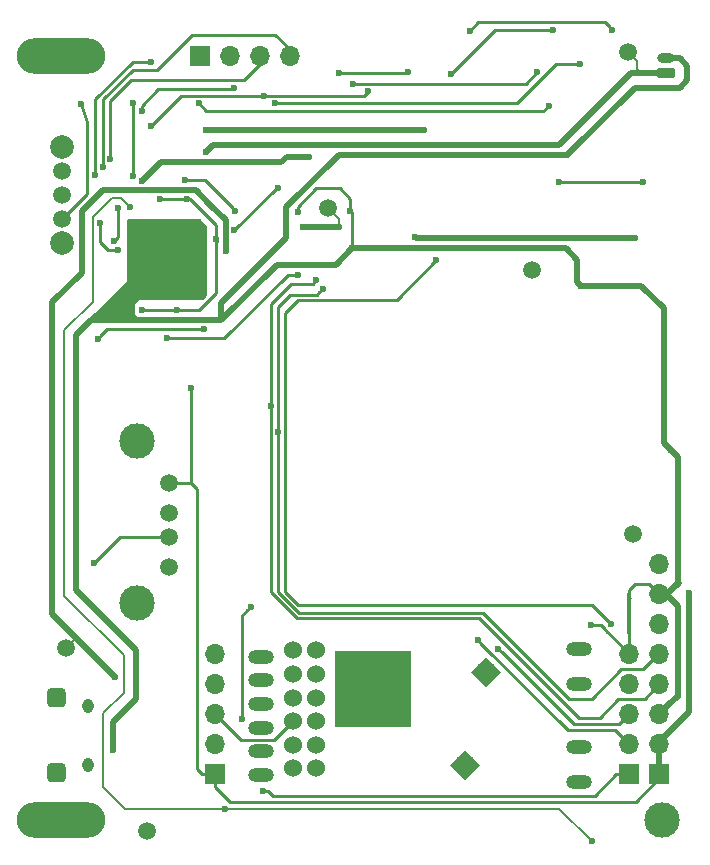
<source format=gbr>
G04 #@! TF.GenerationSoftware,KiCad,Pcbnew,(6.0.0-rc1-dev-1413-ga48e89956)*
G04 #@! TF.CreationDate,2019-11-22T20:47:01-07:00
G04 #@! TF.ProjectId,HAT_ver_6.0,4841545f-7665-4725-9f36-2e302e6b6963,6.0.4*
G04 #@! TF.SameCoordinates,Original*
G04 #@! TF.FileFunction,Copper,L2,Bot*
G04 #@! TF.FilePolarity,Positive*
%FSLAX46Y46*%
G04 Gerber Fmt 4.6, Leading zero omitted, Abs format (unit mm)*
G04 Created by KiCad (PCBNEW (6.0.0-rc1-dev-1413-ga48e89956)) date Friday, November 22, 2019 at 08:47:01 PM*
%MOMM*%
%LPD*%
G04 APERTURE LIST*
%ADD10C,0.350000*%
%ADD11C,1.524000*%
%ADD12R,0.400000X1.500000*%
%ADD13R,1.700000X1.700000*%
%ADD14O,1.700000X1.700000*%
%ADD15C,1.500000*%
%ADD16C,2.000000*%
%ADD17C,1.501140*%
%ADD18C,2.999740*%
%ADD19O,1.500000X0.850000*%
%ADD20C,0.100000*%
%ADD21C,0.850000*%
%ADD22C,3.000000*%
%ADD23O,0.950000X1.250000*%
%ADD24C,1.550000*%
%ADD25O,7.500000X3.000000*%
%ADD26O,2.200000X1.200000*%
%ADD27R,6.400000X6.400000*%
%ADD28C,1.800000*%
%ADD29C,0.600000*%
%ADD30C,0.500000*%
%ADD31C,0.250000*%
%ADD32C,0.200000*%
%ADD33C,0.180000*%
%ADD34C,0.254000*%
G04 APERTURE END LIST*
D10*
X179755800Y-114308000D02*
X179755800Y-113308000D01*
D11*
X153263600Y-126941600D03*
X153263600Y-124941600D03*
X153263600Y-122941600D03*
X153263600Y-120941600D03*
X153263600Y-118941600D03*
X153263600Y-116941600D03*
X151263600Y-116941600D03*
X151263600Y-126941600D03*
X151263600Y-124941600D03*
X151263600Y-122941600D03*
X151263600Y-120941600D03*
X151263600Y-118941600D03*
D12*
X179755800Y-112808000D03*
X179755800Y-114808000D03*
D13*
X182321200Y-127422000D03*
D14*
X182321200Y-124882000D03*
X182321200Y-122342000D03*
X182321200Y-119802000D03*
X182321200Y-117262000D03*
X182321200Y-114722000D03*
X182321200Y-112182000D03*
X182321200Y-109642000D03*
D15*
X131724400Y-76384400D03*
X131724400Y-78384400D03*
X131724400Y-80384400D03*
D16*
X131724400Y-74284400D03*
X131724400Y-82484400D03*
D17*
X140792200Y-109880400D03*
X140792200Y-107340400D03*
X140792200Y-105308400D03*
X140792200Y-102768400D03*
D18*
X138125200Y-112928400D03*
X138125200Y-99212400D03*
D13*
X179781200Y-127422000D03*
D14*
X179781200Y-124882000D03*
X179781200Y-122342000D03*
X179781200Y-119802000D03*
X179781200Y-117262000D03*
D13*
X144729200Y-127422000D03*
D14*
X144729200Y-124882000D03*
X144729200Y-122342000D03*
X144729200Y-119802000D03*
X144729200Y-117262000D03*
D19*
X182880000Y-66822000D03*
D20*
G36*
X183438329Y-67648023D02*
G01*
X183458957Y-67651083D01*
X183479185Y-67656150D01*
X183498820Y-67663176D01*
X183517672Y-67672092D01*
X183535559Y-67682813D01*
X183552309Y-67695235D01*
X183567760Y-67709240D01*
X183581765Y-67724691D01*
X183594187Y-67741441D01*
X183604908Y-67759328D01*
X183613824Y-67778180D01*
X183620850Y-67797815D01*
X183625917Y-67818043D01*
X183628977Y-67838671D01*
X183630000Y-67859500D01*
X183630000Y-68284500D01*
X183628977Y-68305329D01*
X183625917Y-68325957D01*
X183620850Y-68346185D01*
X183613824Y-68365820D01*
X183604908Y-68384672D01*
X183594187Y-68402559D01*
X183581765Y-68419309D01*
X183567760Y-68434760D01*
X183552309Y-68448765D01*
X183535559Y-68461187D01*
X183517672Y-68471908D01*
X183498820Y-68480824D01*
X183479185Y-68487850D01*
X183458957Y-68492917D01*
X183438329Y-68495977D01*
X183417500Y-68497000D01*
X182342500Y-68497000D01*
X182321671Y-68495977D01*
X182301043Y-68492917D01*
X182280815Y-68487850D01*
X182261180Y-68480824D01*
X182242328Y-68471908D01*
X182224441Y-68461187D01*
X182207691Y-68448765D01*
X182192240Y-68434760D01*
X182178235Y-68419309D01*
X182165813Y-68402559D01*
X182155092Y-68384672D01*
X182146176Y-68365820D01*
X182139150Y-68346185D01*
X182134083Y-68325957D01*
X182131023Y-68305329D01*
X182130000Y-68284500D01*
X182130000Y-67859500D01*
X182131023Y-67838671D01*
X182134083Y-67818043D01*
X182139150Y-67797815D01*
X182146176Y-67778180D01*
X182155092Y-67759328D01*
X182165813Y-67741441D01*
X182178235Y-67724691D01*
X182192240Y-67709240D01*
X182207691Y-67695235D01*
X182224441Y-67682813D01*
X182242328Y-67672092D01*
X182261180Y-67663176D01*
X182280815Y-67656150D01*
X182301043Y-67651083D01*
X182321671Y-67648023D01*
X182342500Y-67647000D01*
X183417500Y-67647000D01*
X183438329Y-67648023D01*
X183438329Y-67648023D01*
G37*
D21*
X182880000Y-68072000D03*
D15*
X132105400Y-116713000D03*
X179705000Y-66294000D03*
X138938000Y-132207000D03*
X154279600Y-79476600D03*
X180060600Y-107086400D03*
D13*
X143408400Y-66624400D03*
D14*
X145948400Y-66624400D03*
X148488400Y-66624400D03*
X151028400Y-66624400D03*
D22*
X182524400Y-131267200D03*
D15*
X171526200Y-84759800D03*
D23*
X133967200Y-121613800D03*
X133967200Y-126613800D03*
D20*
G36*
X131692682Y-120115666D02*
G01*
X131730297Y-120121246D01*
X131767185Y-120130486D01*
X131802990Y-120143297D01*
X131837366Y-120159556D01*
X131869983Y-120179106D01*
X131900527Y-120201758D01*
X131928704Y-120227296D01*
X131954242Y-120255473D01*
X131976894Y-120286017D01*
X131996444Y-120318634D01*
X132012703Y-120353010D01*
X132025514Y-120388815D01*
X132034754Y-120425703D01*
X132040334Y-120463318D01*
X132042200Y-120501300D01*
X132042200Y-121376300D01*
X132040334Y-121414282D01*
X132034754Y-121451897D01*
X132025514Y-121488785D01*
X132012703Y-121524590D01*
X131996444Y-121558966D01*
X131976894Y-121591583D01*
X131954242Y-121622127D01*
X131928704Y-121650304D01*
X131900527Y-121675842D01*
X131869983Y-121698494D01*
X131837366Y-121718044D01*
X131802990Y-121734303D01*
X131767185Y-121747114D01*
X131730297Y-121756354D01*
X131692682Y-121761934D01*
X131654700Y-121763800D01*
X130879700Y-121763800D01*
X130841718Y-121761934D01*
X130804103Y-121756354D01*
X130767215Y-121747114D01*
X130731410Y-121734303D01*
X130697034Y-121718044D01*
X130664417Y-121698494D01*
X130633873Y-121675842D01*
X130605696Y-121650304D01*
X130580158Y-121622127D01*
X130557506Y-121591583D01*
X130537956Y-121558966D01*
X130521697Y-121524590D01*
X130508886Y-121488785D01*
X130499646Y-121451897D01*
X130494066Y-121414282D01*
X130492200Y-121376300D01*
X130492200Y-120501300D01*
X130494066Y-120463318D01*
X130499646Y-120425703D01*
X130508886Y-120388815D01*
X130521697Y-120353010D01*
X130537956Y-120318634D01*
X130557506Y-120286017D01*
X130580158Y-120255473D01*
X130605696Y-120227296D01*
X130633873Y-120201758D01*
X130664417Y-120179106D01*
X130697034Y-120159556D01*
X130731410Y-120143297D01*
X130767215Y-120130486D01*
X130804103Y-120121246D01*
X130841718Y-120115666D01*
X130879700Y-120113800D01*
X131654700Y-120113800D01*
X131692682Y-120115666D01*
X131692682Y-120115666D01*
G37*
D24*
X131267200Y-120938800D03*
D20*
G36*
X131692682Y-126465666D02*
G01*
X131730297Y-126471246D01*
X131767185Y-126480486D01*
X131802990Y-126493297D01*
X131837366Y-126509556D01*
X131869983Y-126529106D01*
X131900527Y-126551758D01*
X131928704Y-126577296D01*
X131954242Y-126605473D01*
X131976894Y-126636017D01*
X131996444Y-126668634D01*
X132012703Y-126703010D01*
X132025514Y-126738815D01*
X132034754Y-126775703D01*
X132040334Y-126813318D01*
X132042200Y-126851300D01*
X132042200Y-127726300D01*
X132040334Y-127764282D01*
X132034754Y-127801897D01*
X132025514Y-127838785D01*
X132012703Y-127874590D01*
X131996444Y-127908966D01*
X131976894Y-127941583D01*
X131954242Y-127972127D01*
X131928704Y-128000304D01*
X131900527Y-128025842D01*
X131869983Y-128048494D01*
X131837366Y-128068044D01*
X131802990Y-128084303D01*
X131767185Y-128097114D01*
X131730297Y-128106354D01*
X131692682Y-128111934D01*
X131654700Y-128113800D01*
X130879700Y-128113800D01*
X130841718Y-128111934D01*
X130804103Y-128106354D01*
X130767215Y-128097114D01*
X130731410Y-128084303D01*
X130697034Y-128068044D01*
X130664417Y-128048494D01*
X130633873Y-128025842D01*
X130605696Y-128000304D01*
X130580158Y-127972127D01*
X130557506Y-127941583D01*
X130537956Y-127908966D01*
X130521697Y-127874590D01*
X130508886Y-127838785D01*
X130499646Y-127801897D01*
X130494066Y-127764282D01*
X130492200Y-127726300D01*
X130492200Y-126851300D01*
X130494066Y-126813318D01*
X130499646Y-126775703D01*
X130508886Y-126738815D01*
X130521697Y-126703010D01*
X130537956Y-126668634D01*
X130557506Y-126636017D01*
X130580158Y-126605473D01*
X130605696Y-126577296D01*
X130633873Y-126551758D01*
X130664417Y-126529106D01*
X130697034Y-126509556D01*
X130731410Y-126493297D01*
X130767215Y-126480486D01*
X130804103Y-126471246D01*
X130841718Y-126465666D01*
X130879700Y-126463800D01*
X131654700Y-126463800D01*
X131692682Y-126465666D01*
X131692682Y-126465666D01*
G37*
D24*
X131267200Y-127288800D03*
D25*
X131673600Y-66598800D03*
X131673600Y-131267200D03*
D26*
X148552000Y-117478800D03*
X148552000Y-119478800D03*
X148552000Y-121478800D03*
X148552000Y-123478800D03*
X148552000Y-125478800D03*
X148552000Y-127478800D03*
X175552000Y-128128800D03*
X175552000Y-116828800D03*
X175552000Y-119828800D03*
X175552000Y-125128800D03*
D27*
X158052000Y-120178800D03*
D28*
X167602000Y-118778800D03*
D20*
G36*
X166329208Y-118778800D02*
G01*
X167602000Y-117506008D01*
X168874792Y-118778800D01*
X167602000Y-120051592D01*
X166329208Y-118778800D01*
X166329208Y-118778800D01*
G37*
D28*
X165852000Y-126678800D03*
D20*
G36*
X164579208Y-126678800D02*
G01*
X165852000Y-125406008D01*
X167124792Y-126678800D01*
X165852000Y-127951592D01*
X164579208Y-126678800D01*
X164579208Y-126678800D01*
G37*
D29*
X138531600Y-77216000D03*
X152654000Y-75133200D03*
X171974693Y-67987093D03*
X156413200Y-68961000D03*
X143916400Y-72898000D03*
X162407600Y-72898000D03*
X135206230Y-76055946D03*
X166928800Y-116078000D03*
X135839200Y-75336400D03*
X136474200Y-79527400D03*
X136169400Y-82276199D03*
X168681400Y-116814600D03*
X138480800Y-88087200D03*
X141469720Y-88117000D03*
X144811990Y-82148200D03*
X140004800Y-78740000D03*
X142341602Y-78740000D03*
X139242800Y-72542400D03*
X152146000Y-81127600D03*
X155219400Y-81102200D03*
X148844000Y-69977000D03*
X157683200Y-69621400D03*
X155194000Y-68021200D03*
X161010600Y-67995800D03*
X142671800Y-94742000D03*
X184861200Y-112090200D03*
X136194800Y-119176800D03*
X145592810Y-83159600D03*
X173786800Y-77317600D03*
X180949600Y-77317602D03*
X134574487Y-76722022D03*
X176546011Y-114816300D03*
X143306800Y-70612000D03*
X139293600Y-67106800D03*
X143739444Y-89731600D03*
X134772400Y-90551000D03*
X172974000Y-70840600D03*
X146964400Y-122732800D03*
X147726400Y-113233200D03*
X148793200Y-128884190D03*
X142177607Y-77153607D03*
X146431002Y-79730600D03*
X174421800Y-82042000D03*
X161594802Y-81955600D03*
X180289200Y-82042000D03*
X134442200Y-109550200D03*
X153263600Y-85598000D03*
X149428200Y-96291400D03*
X153822400Y-86309200D03*
X150037800Y-98475800D03*
X182727600Y-91694000D03*
X137718800Y-76758800D03*
X137718800Y-70561200D03*
X156311600Y-82905600D03*
X139665200Y-89001600D03*
X142189200Y-82151250D03*
X141122400Y-82151250D03*
X140108950Y-82151250D03*
X138996450Y-82151250D03*
X138996450Y-83263750D03*
X140108950Y-83263750D03*
X141221450Y-83263750D03*
X142333950Y-83261200D03*
X142333950Y-84277200D03*
X141221450Y-84376250D03*
X140108950Y-84277200D03*
X138996450Y-84376250D03*
X138996450Y-85488750D03*
X140050500Y-85547200D03*
X141221450Y-85488750D03*
X142240000Y-85488750D03*
X156159199Y-79705201D03*
X151714200Y-79806800D03*
X183311800Y-99999800D03*
X136037202Y-125369200D03*
X137998200Y-118821200D03*
X175666400Y-86055200D03*
X143916400Y-74777600D03*
X140665200Y-90525600D03*
X151714200Y-85140800D03*
X133324600Y-70713600D03*
X137490200Y-79425800D03*
X176580800Y-133070600D03*
X145516600Y-130352800D03*
X138506200Y-71272400D03*
X146304000Y-69367400D03*
X134936010Y-80772129D03*
X136497860Y-83047395D03*
X146322810Y-81381600D03*
X149809200Y-70582010D03*
X150037800Y-77800200D03*
X175641000Y-67284600D03*
X166268400Y-64465200D03*
X178333400Y-64414400D03*
X163423600Y-83896200D03*
X164642800Y-68148200D03*
X173355000Y-64389000D03*
X178257200Y-114731800D03*
D30*
X152229736Y-75133200D02*
X152654000Y-75133200D01*
X150760796Y-75133200D02*
X152229736Y-75133200D01*
X150303596Y-75590400D02*
X150760796Y-75133200D01*
X140157200Y-75590400D02*
X150303596Y-75590400D01*
X138531600Y-77216000D02*
X140157200Y-75590400D01*
D31*
X151263600Y-122954800D02*
X151263600Y-122941600D01*
X149707600Y-124510800D02*
X151263600Y-122954800D01*
X146898000Y-124510800D02*
X149707600Y-124510800D01*
X144729200Y-122342000D02*
X146898000Y-124510800D01*
X171974693Y-67987093D02*
X171000786Y-68961000D01*
X171000786Y-68961000D02*
X156837464Y-68961000D01*
X156837464Y-68961000D02*
X156413200Y-68961000D01*
D30*
X143916400Y-72898000D02*
X161290000Y-72898000D01*
X162407600Y-72898000D02*
X161290000Y-72898000D01*
D31*
X137723399Y-67762601D02*
X135206230Y-70279770D01*
X135183399Y-76033115D02*
X135206230Y-76055946D01*
X151028400Y-66700400D02*
X151028400Y-66065400D01*
X135206230Y-75175568D02*
X135183399Y-75198399D01*
X142729002Y-64820800D02*
X139787201Y-67762601D01*
X135183399Y-75198399D02*
X135183399Y-76033115D01*
X135206230Y-70279770D02*
X135206230Y-75175568D01*
X139787201Y-67762601D02*
X137723399Y-67762601D01*
X149783800Y-64820800D02*
X142729002Y-64820800D01*
X151028400Y-66065400D02*
X149783800Y-64820800D01*
X174548800Y-123698000D02*
X167228799Y-116377999D01*
X178597200Y-123698000D02*
X174548800Y-123698000D01*
X167228799Y-116377999D02*
X166928800Y-116078000D01*
X179781200Y-124882000D02*
X178597200Y-123698000D01*
X135839200Y-74912136D02*
X135839200Y-75336400D01*
X148488400Y-66700400D02*
X148488400Y-67335400D01*
X137617200Y-68681600D02*
X135839200Y-70459600D01*
X148488400Y-67335400D02*
X147142200Y-68681600D01*
X135839200Y-70459600D02*
X135839200Y-74912136D01*
X147142200Y-68681600D02*
X137617200Y-68681600D01*
X136469399Y-81976200D02*
X136169400Y-82276199D01*
X136474200Y-79527400D02*
X136474200Y-81971399D01*
X136474200Y-81971399D02*
X136469399Y-81976200D01*
X179781200Y-122342000D02*
X178931201Y-123191999D01*
X168981399Y-117114599D02*
X168681400Y-116814600D01*
X175058799Y-123191999D02*
X168981399Y-117114599D01*
X178931201Y-123191999D02*
X175058799Y-123191999D01*
X138480800Y-88087200D02*
X141439920Y-88087200D01*
X141439920Y-88087200D02*
X141469720Y-88117000D01*
X144830800Y-82346800D02*
X144830800Y-82167010D01*
X144830800Y-82167010D02*
X144811990Y-82148200D01*
X142544800Y-78689200D02*
X140226810Y-78689200D01*
X140226810Y-78689200D02*
X140157203Y-78758807D01*
X144811990Y-80956390D02*
X142544800Y-78689200D01*
X144811990Y-82148200D02*
X144811990Y-80956390D01*
D32*
X142322795Y-78758807D02*
X142341602Y-78740000D01*
D31*
X144811990Y-82572464D02*
X144811990Y-82148200D01*
X144811990Y-86683610D02*
X144811990Y-82572464D01*
X143378600Y-88117000D02*
X144811990Y-86683610D01*
X141469720Y-88117000D02*
X143378600Y-88117000D01*
X139242800Y-72542400D02*
X141808200Y-69977000D01*
D30*
X152146000Y-81127600D02*
X155194000Y-81127600D01*
X155194000Y-81127600D02*
X155219400Y-81102200D01*
D32*
X155219400Y-80416400D02*
X155219400Y-81102200D01*
X154279600Y-79476600D02*
X155219400Y-80416400D01*
D31*
X141808200Y-69977000D02*
X148844000Y-69977000D01*
X157662399Y-69642201D02*
X157683200Y-69621400D01*
X148844000Y-69977000D02*
X157327600Y-69977000D01*
X157327600Y-69977000D02*
X157662399Y-69642201D01*
X160985200Y-68021200D02*
X161010600Y-67995800D01*
X155194000Y-68021200D02*
X160985200Y-68021200D01*
X142671800Y-95166264D02*
X142671800Y-94742000D01*
X141853666Y-102768400D02*
X142671800Y-102768400D01*
X140792200Y-102768400D02*
X141853666Y-102768400D01*
X142671800Y-102768400D02*
X142671800Y-95166264D01*
X143205200Y-103301800D02*
X142671800Y-102768400D01*
X143629200Y-127422000D02*
X143205200Y-126998000D01*
X143205200Y-126998000D02*
X143205200Y-103301800D01*
X144729200Y-127422000D02*
X143629200Y-127422000D01*
D30*
X184861200Y-112090200D02*
X184861200Y-122138800D01*
X182458000Y-124882000D02*
X182321200Y-124882000D01*
X182321200Y-124678800D02*
X182321200Y-127422000D01*
X184861200Y-122138800D02*
X182321200Y-124678800D01*
D31*
X144729200Y-128522000D02*
X144729200Y-127422000D01*
X145950400Y-129743200D02*
X144729200Y-128522000D01*
X180365400Y-129743200D02*
X145950400Y-129743200D01*
X182321200Y-127787400D02*
X180365400Y-129743200D01*
X182321200Y-127422000D02*
X182321200Y-127787400D01*
D30*
X145592810Y-82735336D02*
X145592810Y-83159600D01*
X145592810Y-80478118D02*
X145592810Y-82735336D01*
X133400800Y-79730600D02*
X135172201Y-77959199D01*
X130911600Y-87477600D02*
X133400800Y-84988400D01*
X135172201Y-77959199D02*
X143073891Y-77959199D01*
X133400800Y-84988400D02*
X133400800Y-79730600D01*
D33*
X132892800Y-115925600D02*
X132943600Y-115925600D01*
X132105400Y-116713000D02*
X132892800Y-115925600D01*
D30*
X132943600Y-115925600D02*
X130911600Y-113893600D01*
X136194800Y-119176800D02*
X132943600Y-115925600D01*
X130911600Y-88900000D02*
X130911600Y-87477600D01*
X130911600Y-113893600D02*
X130911600Y-88900000D01*
X144311892Y-79197200D02*
X145592810Y-80478118D01*
X143073891Y-77959199D02*
X144311892Y-79197200D01*
D31*
X140566580Y-109931200D02*
X140769780Y-109728000D01*
X180949598Y-77317600D02*
X180949600Y-77317602D01*
X173786800Y-77317600D02*
X180949598Y-77317600D01*
X177335500Y-114816300D02*
X176546011Y-114816300D01*
X179781200Y-117262000D02*
X177335500Y-114816300D01*
X134574487Y-70284049D02*
X137751736Y-67106800D01*
X138869336Y-67106800D02*
X139293600Y-67106800D01*
X134574487Y-76722022D02*
X134574487Y-70284049D01*
X137751736Y-67106800D02*
X138869336Y-67106800D01*
X177335500Y-114816300D02*
X177872400Y-115353200D01*
X179755800Y-117236600D02*
X179781200Y-117262000D01*
X179755800Y-114808000D02*
X179755800Y-117236600D01*
X135591800Y-89731600D02*
X135072399Y-90251001D01*
X143739444Y-89731600D02*
X135591800Y-89731600D01*
X135072399Y-90251001D02*
X134772400Y-90551000D01*
X143962399Y-71267599D02*
X172547001Y-71267599D01*
X172674001Y-71140599D02*
X172974000Y-70840600D01*
X143306800Y-70612000D02*
X143962399Y-71267599D01*
X172547001Y-71267599D02*
X172674001Y-71140599D01*
X146964400Y-122732800D02*
X146964400Y-113995200D01*
X146964400Y-113995200D02*
X147426401Y-113533199D01*
X147426401Y-113533199D02*
X147726400Y-113233200D01*
X149217464Y-128884190D02*
X148793200Y-128884190D01*
X176842600Y-129260600D02*
X149593874Y-129260600D01*
X178681200Y-127422000D02*
X176842600Y-129260600D01*
X149593874Y-129260600D02*
X149217464Y-128884190D01*
X179781200Y-127422000D02*
X178681200Y-127422000D01*
X143854009Y-77153607D02*
X146131003Y-79430601D01*
X142177607Y-77153607D02*
X143854009Y-77153607D01*
X146131003Y-79430601D02*
X146431002Y-79730600D01*
X161681202Y-82042000D02*
X161594802Y-81955600D01*
D30*
X174421800Y-82042000D02*
X161681202Y-82042000D01*
X174421800Y-82042000D02*
X180289200Y-82042000D01*
D31*
X140768060Y-107188000D02*
X140564870Y-107391190D01*
X140792200Y-107340400D02*
X136652000Y-107340400D01*
X136652000Y-107340400D02*
X134742199Y-109250201D01*
X134742199Y-109250201D02*
X134442200Y-109550200D01*
X151109401Y-85897999D02*
X149428200Y-87579200D01*
X149428200Y-95867136D02*
X149428200Y-96291400D01*
X149428200Y-87579200D02*
X149428200Y-95867136D01*
X152963601Y-85897999D02*
X151109401Y-85897999D01*
X153263600Y-85598000D02*
X152963601Y-85897999D01*
X149428200Y-96715664D02*
X149428200Y-96291400D01*
X149428200Y-111988600D02*
X149428200Y-96715664D01*
X151638000Y-114198400D02*
X149428200Y-111988600D01*
X167081200Y-114198400D02*
X151638000Y-114198400D01*
X177266600Y-122631200D02*
X175514000Y-122631200D01*
X182321200Y-119802000D02*
X181066800Y-121056400D01*
X178841400Y-121056400D02*
X177266600Y-122631200D01*
X175514000Y-122631200D02*
X167081200Y-114198400D01*
X181066800Y-121056400D02*
X178841400Y-121056400D01*
X153522401Y-86609199D02*
X153822400Y-86309200D01*
X153314400Y-86817200D02*
X153522401Y-86609199D01*
X151079200Y-86817200D02*
X153314400Y-86817200D01*
X150037800Y-87858600D02*
X151079200Y-86817200D01*
X150037800Y-98475800D02*
X150037800Y-87858600D01*
X167413189Y-113768389D02*
X151816115Y-113768389D01*
X174701200Y-121056400D02*
X167413189Y-113768389D01*
X150037800Y-111990074D02*
X150037800Y-98475800D01*
X179095400Y-118541800D02*
X176580800Y-121056400D01*
X180975000Y-118541800D02*
X179095400Y-118541800D01*
X151816115Y-113768389D02*
X150037800Y-111990074D01*
X176580800Y-121056400D02*
X174701200Y-121056400D01*
X182321200Y-117195600D02*
X180975000Y-118541800D01*
X183896000Y-111252000D02*
X183946800Y-111252000D01*
X137718800Y-76758800D02*
X137718800Y-70561200D01*
D30*
X180797200Y-86055200D02*
X175666400Y-86055200D01*
X182727600Y-87985600D02*
X180797200Y-86055200D01*
X182727600Y-91694000D02*
X182727600Y-87985600D01*
X134162800Y-89001600D02*
X139665200Y-89001600D01*
X132943600Y-90220800D02*
X134162800Y-89001600D01*
X132943600Y-111861600D02*
X132943600Y-90220800D01*
X139665200Y-89001600D02*
X145186400Y-89001600D01*
X145186400Y-89001600D02*
X149910800Y-84277200D01*
X154940000Y-84277200D02*
X156311600Y-82905600D01*
X149910800Y-84277200D02*
X154940000Y-84277200D01*
X174396400Y-82905600D02*
X156311600Y-82905600D01*
X175366401Y-83875601D02*
X174396400Y-82905600D01*
X175366401Y-85755201D02*
X175366401Y-83875601D01*
X175666400Y-86055200D02*
X175366401Y-85755201D01*
D31*
X132943600Y-109829600D02*
X133045200Y-109931200D01*
X132943600Y-111861600D02*
X132943600Y-109829600D01*
D30*
X182966000Y-112182000D02*
X182321200Y-112182000D01*
X183896000Y-111252000D02*
X182966000Y-112182000D01*
D32*
X182321200Y-112182000D02*
X182997200Y-112182000D01*
X182997200Y-112182000D02*
X183007000Y-112191800D01*
D30*
X183946800Y-111252000D02*
X183007000Y-112191800D01*
D31*
X179781200Y-112471200D02*
X179832000Y-112522000D01*
D30*
X132943600Y-111861600D02*
X137998200Y-116916200D01*
D31*
X156311600Y-82905600D02*
X156311600Y-79857602D01*
X156311600Y-79857602D02*
X156159199Y-79705201D01*
X151815799Y-79705201D02*
X151714200Y-79806800D01*
X155295600Y-77825600D02*
X156159199Y-78689199D01*
X153271136Y-77825600D02*
X155295600Y-77825600D01*
X156159199Y-78689199D02*
X156159199Y-79705201D01*
X151714200Y-79382536D02*
X153271136Y-77825600D01*
X151714200Y-79806800D02*
X151714200Y-79382536D01*
X180231799Y-111332001D02*
X181471201Y-111332001D01*
X179755800Y-111808000D02*
X180231799Y-111332001D01*
X181471201Y-111332001D02*
X182321200Y-112182000D01*
X179755800Y-112808000D02*
X179755800Y-111808000D01*
D30*
X183870600Y-113157000D02*
X183870600Y-120853200D01*
X182956200Y-112242600D02*
X183870600Y-113157000D01*
X183007000Y-112191800D02*
X182956200Y-112242600D01*
X183171199Y-121492001D02*
X182321200Y-122342000D01*
X183810000Y-120853200D02*
X183171199Y-121492001D01*
X183870600Y-120853200D02*
X183810000Y-120853200D01*
X182727600Y-99415600D02*
X183011801Y-99699801D01*
X183896000Y-100584000D02*
X183611799Y-100299799D01*
X182727600Y-91694000D02*
X182727600Y-99415600D01*
X183011801Y-99699801D02*
X183311800Y-99999800D01*
X183611799Y-100299799D02*
X183311800Y-99999800D01*
X183896000Y-111252000D02*
X183896000Y-100584000D01*
X137998200Y-120853200D02*
X137998200Y-121056400D01*
X136037202Y-123017398D02*
X136037202Y-125369200D01*
X137998200Y-121056400D02*
X136037202Y-123017398D01*
X150723600Y-79425800D02*
X150723600Y-81991200D01*
X184030000Y-66822000D02*
X184695800Y-67487800D01*
X174599600Y-74955400D02*
X174599600Y-74980800D01*
X145186400Y-87528400D02*
X145186400Y-89001600D01*
X180263800Y-69291200D02*
X174599600Y-74955400D01*
X155168600Y-74980800D02*
X150723600Y-79425800D01*
X184073800Y-69291200D02*
X180263800Y-69291200D01*
X184695800Y-68669200D02*
X184073800Y-69291200D01*
X174599600Y-74980800D02*
X155168600Y-74980800D01*
X184695800Y-67487800D02*
X184695800Y-68669200D01*
X150723600Y-81991200D02*
X145186400Y-87528400D01*
X182880000Y-66822000D02*
X184030000Y-66822000D01*
X137998200Y-118821200D02*
X137998200Y-120853200D01*
X137998200Y-116916200D02*
X137998200Y-118821200D01*
X144559986Y-74134014D02*
X143916400Y-74777600D01*
X173846186Y-74134014D02*
X144559986Y-74134014D01*
X179908200Y-68072000D02*
X173846186Y-74134014D01*
D33*
X180454999Y-67043999D02*
X180454999Y-67704399D01*
X179705000Y-66294000D02*
X180454999Y-67043999D01*
D30*
X180822600Y-68072000D02*
X179908200Y-68072000D01*
D33*
X180454999Y-67704399D02*
X180822600Y-68072000D01*
D30*
X182880000Y-68072000D02*
X180822600Y-68072000D01*
D31*
X145491200Y-90525600D02*
X150876000Y-85140800D01*
X140665200Y-90525600D02*
X145491200Y-90525600D01*
X150876000Y-85140800D02*
X151289936Y-85140800D01*
X151289936Y-85140800D02*
X151714200Y-85140800D01*
X132474399Y-79634401D02*
X131724400Y-80384400D01*
X132506399Y-79634401D02*
X132474399Y-79634401D01*
X133858000Y-72186800D02*
X133858000Y-78282800D01*
X133858000Y-78282800D02*
X132506399Y-79634401D01*
X133324600Y-70713600D02*
X133858000Y-72186800D01*
D33*
X137490200Y-79425800D02*
X136702800Y-78638400D01*
X136702800Y-78638400D02*
X135971902Y-78638400D01*
X135971902Y-78638400D02*
X134366000Y-80244302D01*
X134366000Y-87426800D02*
X131953000Y-89839800D01*
X134366000Y-80244302D02*
X134366000Y-87426800D01*
X131953000Y-89839800D02*
X131953000Y-97256600D01*
X176580800Y-133070600D02*
X173863000Y-130352800D01*
X173863000Y-130352800D02*
X145940864Y-130352800D01*
X136956800Y-120523000D02*
X135229600Y-122250200D01*
X137058400Y-130352800D02*
X145092336Y-130352800D01*
X135229600Y-128524000D02*
X137058400Y-130352800D01*
X131953000Y-112318800D02*
X136956800Y-117322600D01*
X136956800Y-117322600D02*
X136956800Y-120523000D01*
X145092336Y-130352800D02*
X145516600Y-130352800D01*
X131953000Y-97256600D02*
X131953000Y-112318800D01*
X135229600Y-122250200D02*
X135229600Y-128524000D01*
X145940864Y-130352800D02*
X145516600Y-130352800D01*
D31*
X138506200Y-70848136D02*
X139910736Y-69443600D01*
X138506200Y-71272400D02*
X138506200Y-70848136D01*
X146227800Y-69443600D02*
X146304000Y-69367400D01*
X139910736Y-69443600D02*
X146227800Y-69443600D01*
X136487255Y-83058000D02*
X136497860Y-83047395D01*
X134936010Y-82383410D02*
X135610600Y-83058000D01*
X135610600Y-83058000D02*
X136487255Y-83058000D01*
X134936010Y-80772129D02*
X134936010Y-82383410D01*
X146322810Y-81381600D02*
X149904210Y-77800200D01*
X149904210Y-77800200D02*
X150037800Y-77800200D01*
X173532800Y-67284600D02*
X175216736Y-67284600D01*
X149809200Y-70582010D02*
X170235390Y-70582010D01*
X175216736Y-67284600D02*
X175641000Y-67284600D01*
X170235390Y-70582010D02*
X173532800Y-67284600D01*
X178033401Y-64114401D02*
X178333400Y-64414400D01*
X166268400Y-64465200D02*
X166977494Y-63756106D01*
X177675106Y-63756106D02*
X178033401Y-64114401D01*
X166977494Y-63756106D02*
X177675106Y-63756106D01*
X172930736Y-64389000D02*
X173355000Y-64389000D01*
X168402000Y-64389000D02*
X172930736Y-64389000D01*
X164642800Y-68148200D02*
X168402000Y-64389000D01*
X163423600Y-83896200D02*
X160072589Y-87247211D01*
X160072589Y-87247211D02*
X151741389Y-87247211D01*
X151741389Y-87247211D02*
X150647400Y-88341200D01*
X150647400Y-88341200D02*
X150647400Y-111991548D01*
X150647400Y-111991548D02*
X151741453Y-113085601D01*
X177957201Y-114431801D02*
X178257200Y-114731800D01*
X151741453Y-113085601D02*
X176611001Y-113085601D01*
X176611001Y-113085601D02*
X177957201Y-114431801D01*
D34*
G36*
X143840200Y-81078606D02*
G01*
X143840200Y-86815394D01*
X143558994Y-87096600D01*
X138226800Y-87096600D01*
X138178199Y-87106267D01*
X138136997Y-87133797D01*
X137832197Y-87438597D01*
X137804667Y-87479799D01*
X137795000Y-87528400D01*
X137795000Y-87843125D01*
X137753800Y-87942591D01*
X137753800Y-88231809D01*
X137795000Y-88331275D01*
X137795000Y-88544400D01*
X137804667Y-88593001D01*
X137832197Y-88634203D01*
X138021794Y-88823800D01*
X134167945Y-88823800D01*
X137299914Y-85739285D01*
X137327758Y-85698295D01*
X137337800Y-85648800D01*
X137337800Y-80543400D01*
X143304994Y-80543400D01*
X143840200Y-81078606D01*
X143840200Y-81078606D01*
G37*
X143840200Y-81078606D02*
X143840200Y-86815394D01*
X143558994Y-87096600D01*
X138226800Y-87096600D01*
X138178199Y-87106267D01*
X138136997Y-87133797D01*
X137832197Y-87438597D01*
X137804667Y-87479799D01*
X137795000Y-87528400D01*
X137795000Y-87843125D01*
X137753800Y-87942591D01*
X137753800Y-88231809D01*
X137795000Y-88331275D01*
X137795000Y-88544400D01*
X137804667Y-88593001D01*
X137832197Y-88634203D01*
X138021794Y-88823800D01*
X134167945Y-88823800D01*
X137299914Y-85739285D01*
X137327758Y-85698295D01*
X137337800Y-85648800D01*
X137337800Y-80543400D01*
X143304994Y-80543400D01*
X143840200Y-81078606D01*
M02*

</source>
